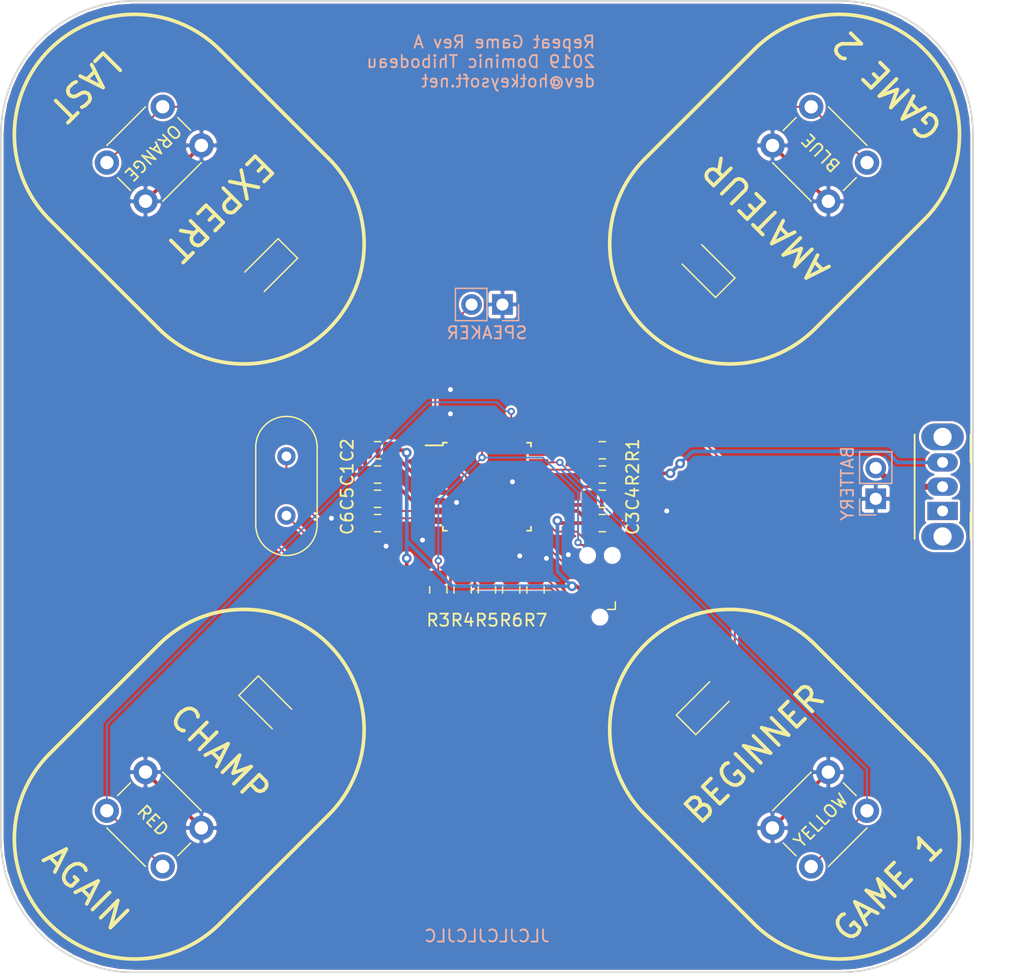
<source format=kicad_pcb>
(kicad_pcb (version 20171130) (host pcbnew "(5.1.4)-1")
  (title_block (title RepeatGame) (date 2019-10-23) (rev A))
  (layers (0 F.Cu signal) (31 B.Cu signal) (34 B.Paste user hide) (35 F.Paste user hide) (36 B.SilkS user hide) (37 F.SilkS user) (38 B.Mask user hide) (39 F.Mask user hide) (44 Edge.Cuts user))
  (net 0 "")
  (net 1 "Net-(D1-Pad2)")
  (net 2 "Net-(D2-Pad2)")
  (net 3 "Net-(D3-Pad2)")
  (net 4 "Net-(D4-Pad2)")
  (net 5 "Net-(U1-Pad12)")
  (net 6 "Net-(U1-Pad13)")
  (net 7 "Net-(U1-Pad14)")
  (net 8 "Net-(U1-Pad19)")
  (net 9 "Net-(U1-Pad27)")
  (net 10 "Net-(U1-Pad30)")
  (net 11 "Net-(U1-Pad31)")
  (net 12 "Net-(U1-Pad32)")
  (net 13 VCC)
  (net 14 GND)
  (net 15 /AREF)
  (net 16 /XTAL1)
  (net 17 /XTAL2)
  (net 18 /BUZZER)
  (net 19 /ADC7)
  (net 20 ~RESET)
  (net 21 SCK)
  (net 22 MISO)
  (net 23 MOSI)
  (net 24 +BATT)
  (net 25 /R0)
  (net 26 /R1)
  (net 27 /R2)
  (net 28 /R3)
  (net 29 /K1)
  (net 30 /K2)
  (net 31 /K4)
  (net 32 /K8)
  (net 33 "Net-(SW5-Pad1)")
  (net 34 "Net-(U1-Pad28)")
  (module Button_Switch_THT:SW_CuK_OS102011MA1QN1_SPDT_Angled (layer F.Cu) (at 172.5 72 90)
    (fp_text reference SW5 hide)
    (fp_text value POWER)
    (fp_line (start 4 2.3) (end 6.3 2.3) (layer F.SilkS) (width 0.15))
    (fp_line (start -2.3 2.3) (end -0.1 2.3) (layer F.SilkS) (width 0.15))
    (fp_line (start -2.3 -2.3) (end 6.3 -2.3) (layer F.SilkS) (width 0.15))
    (pad "" thru_hole oval (at 6.1 0 90) (size 2.2 3.5) (drill 1.5) (layers *.Cu *.Mask))
    (pad "" thru_hole oval (at -2.1 0 90) (size 2.2 3.5) (drill 1.5) (layers *.Cu *.Mask))
    (pad 3 thru_hole oval (at 4 0 90) (size 1.5 2.5) (drill 0.9) (layers *.Cu *.Mask) (net 13 VCC))
    (pad 2 thru_hole oval (at 2 0 90) (size 1.5 2.5) (drill 0.9) (layers *.Cu *.Mask) (net 24 +BATT))
    (pad 1 thru_hole rect (at 0 0 90) (size 1.5 2.5) (drill 0.9) (layers *.Cu *.Mask) (net 33 "Net-(SW5-Pad1)"))
  )
  (module Button_Switch_THT:SW_PUSH_6mm (layer F.Cu) (at 106.9 93.5 315)
    (fp_text reference SW4 hide)
    (fp_text value RED)
    (fp_line (start 6.75 3) (end 6.75 1.5) (layer F.SilkS) (width 0.12))
    (fp_line (start 5.5 -1) (end 1 -1) (layer F.SilkS) (width 0.12))
    (fp_line (start -0.25 1.5) (end -0.25 3) (layer F.SilkS) (width 0.12))
    (fp_line (start 1 5.5) (end 5.5 5.5) (layer F.SilkS) (width 0.12))
    (pad 1 thru_hole circle (at 6.5 0 45) (size 2 2) (drill 1.1) (layers *.Cu *.Mask) (net 14 GND))
    (pad 2 thru_hole circle (at 6.5 4.5 45) (size 2 2) (drill 1.1) (layers *.Cu *.Mask) (net 32 /K8))
    (pad 1 thru_hole circle (at 0 0 45) (size 2 2) (drill 1.1) (layers *.Cu *.Mask) (net 14 GND))
    (pad 2 thru_hole circle (at 0 4.5 45) (size 2 2) (drill 1.1) (layers *.Cu *.Mask) (net 32 /K8))
  )
  (module Button_Switch_THT:SW_PUSH_6mm (layer F.Cu) (at 111.5 41.9 225)
    (fp_text reference SW3 hide)
    (fp_text value ORANGE)
    (fp_line (start 6.75 3) (end 6.75 1.5) (layer F.SilkS) (width 0.12))
    (fp_line (start 5.5 -1) (end 1 -1) (layer F.SilkS) (width 0.12))
    (fp_line (start -0.25 1.5) (end -0.25 3) (layer F.SilkS) (width 0.12))
    (fp_line (start 1 5.5) (end 5.5 5.5) (layer F.SilkS) (width 0.12))
    (pad 1 thru_hole circle (at 6.5 0 315) (size 2 2) (drill 1.1) (layers *.Cu *.Mask) (net 14 GND))
    (pad 2 thru_hole circle (at 6.5 4.5 315) (size 2 2) (drill 1.1) (layers *.Cu *.Mask) (net 31 /K4))
    (pad 1 thru_hole circle (at 0 0 315) (size 2 2) (drill 1.1) (layers *.Cu *.Mask) (net 14 GND))
    (pad 2 thru_hole circle (at 0 4.5 315) (size 2 2) (drill 1.1) (layers *.Cu *.Mask) (net 31 /K4))
  )
  (module Button_Switch_THT:SW_PUSH_6mm (layer F.Cu) (at 163.1 46.5 135)
    (fp_text reference SW2 hide)
    (fp_text value BLUE)
    (fp_line (start 6.75 3) (end 6.75 1.5) (layer F.SilkS) (width 0.12))
    (fp_line (start 5.5 -1) (end 1 -1) (layer F.SilkS) (width 0.12))
    (fp_line (start -0.25 1.5) (end -0.25 3) (layer F.SilkS) (width 0.12))
    (fp_line (start 1 5.5) (end 5.5 5.5) (layer F.SilkS) (width 0.12))
    (pad 1 thru_hole circle (at 6.5 0 225) (size 2 2) (drill 1.1) (layers *.Cu *.Mask) (net 14 GND))
    (pad 2 thru_hole circle (at 6.5 4.5 225) (size 2 2) (drill 1.1) (layers *.Cu *.Mask) (net 30 /K2))
    (pad 1 thru_hole circle (at 0 0 225) (size 2 2) (drill 1.1) (layers *.Cu *.Mask) (net 14 GND))
    (pad 2 thru_hole circle (at 0 4.5 225) (size 2 2) (drill 1.1) (layers *.Cu *.Mask) (net 30 /K2))
  )
  (module Button_Switch_THT:SW_PUSH_6mm (layer F.Cu) (at 158.5 98.1 45)
    (fp_text reference SW1 hide)
    (fp_text value YELLOW)
    (fp_line (start 6.75 3) (end 6.75 1.5) (layer F.SilkS) (width 0.12))
    (fp_line (start 5.5 -1) (end 1 -1) (layer F.SilkS) (width 0.12))
    (fp_line (start -0.25 1.5) (end -0.25 3) (layer F.SilkS) (width 0.12))
    (fp_line (start 1 5.5) (end 5.5 5.5) (layer F.SilkS) (width 0.12))
    (pad 1 thru_hole circle (at 6.5 0 135) (size 2 2) (drill 1.1) (layers *.Cu *.Mask) (net 14 GND))
    (pad 2 thru_hole circle (at 6.5 4.5 135) (size 2 2) (drill 1.1) (layers *.Cu *.Mask) (net 29 /K1))
    (pad 1 thru_hole circle (at 0 0 135) (size 2 2) (drill 1.1) (layers *.Cu *.Mask) (net 14 GND))
    (pad 2 thru_hole circle (at 0 4.5 135) (size 2 2) (drill 1.1) (layers *.Cu *.Mask) (net 29 /K1))
  )
  (module Resistor_SMD:R_0805_2012Metric_Pad1.15x1.40mm_HandSolder (layer F.Cu) (at 139 78.5 270)
    (fp_text reference R7 (at 2.5 0 180) (layer F.SilkS))
    (fp_text value 330)
    (fp_line (start -0.261252 0.71) (end 0.261252 0.71) (layer F.SilkS) (width 0.12))
    (fp_line (start -0.261252 -0.71) (end 0.261252 -0.71) (layer F.SilkS) (width 0.12))
    (pad 2 smd roundrect (at 1.025 0 270) (size 1.15 1.4) (layers F.Cu F.Paste F.Mask) (roundrect_rratio 0.217391) (net 4 "Net-(D4-Pad2)"))
    (pad 1 smd roundrect (at -1.025 0 270) (size 1.15 1.4) (layers F.Cu F.Paste F.Mask) (roundrect_rratio 0.217391) (net 28 /R3))
  )
  (module Resistor_SMD:R_0805_2012Metric_Pad1.15x1.40mm_HandSolder (layer F.Cu) (at 137 78.5 270)
    (fp_text reference R6 (at 2.5 0 180) (layer F.SilkS))
    (fp_text value 330)
    (fp_line (start -0.261252 0.71) (end 0.261252 0.71) (layer F.SilkS) (width 0.12))
    (fp_line (start -0.261252 -0.71) (end 0.261252 -0.71) (layer F.SilkS) (width 0.12))
    (pad 2 smd roundrect (at 1.025 0 270) (size 1.15 1.4) (layers F.Cu F.Paste F.Mask) (roundrect_rratio 0.217391) (net 3 "Net-(D3-Pad2)"))
    (pad 1 smd roundrect (at -1.025 0 270) (size 1.15 1.4) (layers F.Cu F.Paste F.Mask) (roundrect_rratio 0.217391) (net 27 /R2))
  )
  (module Resistor_SMD:R_0805_2012Metric_Pad1.15x1.40mm_HandSolder (layer F.Cu) (at 135 78.5 270)
    (fp_text reference R5 (at 2.5 0 180) (layer F.SilkS))
    (fp_text value 330)
    (fp_line (start -0.261252 0.71) (end 0.261252 0.71) (layer F.SilkS) (width 0.12))
    (fp_line (start -0.261252 -0.71) (end 0.261252 -0.71) (layer F.SilkS) (width 0.12))
    (pad 2 smd roundrect (at 1.025 0 270) (size 1.15 1.4) (layers F.Cu F.Paste F.Mask) (roundrect_rratio 0.217391) (net 2 "Net-(D2-Pad2)"))
    (pad 1 smd roundrect (at -1.025 0 270) (size 1.15 1.4) (layers F.Cu F.Paste F.Mask) (roundrect_rratio 0.217391) (net 26 /R1))
  )
  (module Resistor_SMD:R_0805_2012Metric_Pad1.15x1.40mm_HandSolder (layer F.Cu) (at 133 78.5 270)
    (fp_text reference R4 (at 2.5 0 180) (layer F.SilkS))
    (fp_text value 330)
    (fp_line (start -0.261252 0.71) (end 0.261252 0.71) (layer F.SilkS) (width 0.12))
    (fp_line (start -0.261252 -0.71) (end 0.261252 -0.71) (layer F.SilkS) (width 0.12))
    (pad 2 smd roundrect (at 1.025 0 270) (size 1.15 1.4) (layers F.Cu F.Paste F.Mask) (roundrect_rratio 0.217391) (net 1 "Net-(D1-Pad2)"))
    (pad 1 smd roundrect (at -1.025 0 270) (size 1.15 1.4) (layers F.Cu F.Paste F.Mask) (roundrect_rratio 0.217391) (net 25 /R0))
  )
  (module Connector:Tag-Connect_TC2030-IDC-NL_2x03_P1.27mm_Vertical (layer F.Cu) (at 144.3 78.2 90)
    (fp_text reference J2 hide)
    (fp_text value AVR-ISP-6)
    (fp_line (start -1.27 1.27) (end -1.905 1.27) (layer F.SilkS) (width 0.12))
    (fp_line (start -1.905 1.27) (end -1.905 0.635) (layer F.SilkS) (width 0.12))
    (pad 6 connect circle (at 1.27 -0.635 90) (size 0.7874 0.7874) (layers F.Cu F.Mask) (net 14 GND))
    (pad 5 connect circle (at 1.27 0.635 90) (size 0.7874 0.7874) (layers F.Cu F.Mask) (net 20 ~RESET))
    (pad 4 connect circle (at 0 -0.635 90) (size 0.7874 0.7874) (layers F.Cu F.Mask) (net 23 MOSI))
    (pad 3 connect circle (at 0 0.635 90) (size 0.7874 0.7874) (layers F.Cu F.Mask) (net 21 SCK))
    (pad 2 connect circle (at -1.27 -0.635 90) (size 0.7874 0.7874) (layers F.Cu F.Mask) (net 13 VCC))
    (pad 1 connect circle (at -1.27 0.635 90) (size 0.7874 0.7874) (layers F.Cu F.Mask) (net 22 MISO))
    (pad "" np_thru_hole circle (at -2.54 0 90) (size 0.9906 0.9906) (drill 0.9906) (layers *.Cu *.Mask))
    (pad "" np_thru_hole circle (at 2.54 1.016 90) (size 0.9906 0.9906) (drill 0.9906) (layers *.Cu *.Mask))
    (pad "" np_thru_hole circle (at 2.54 -1.016 90) (size 0.9906 0.9906) (drill 0.9906) (layers *.Cu *.Mask))
  )
  (module Connector_PinHeader_2.54mm:PinHeader_1x02_P2.54mm_Vertical (layer B.Cu) (at 167 71)
    (fp_text reference J1 hide)
    (fp_text value BATTERY (at -2.33 -1.27 -90) (layer B.SilkS) (effects (justify mirror)))
    (fp_line (start -1.33 1.33) (end 0 1.33) (layer B.SilkS) (width 0.12))
    (fp_line (start -1.33 0) (end -1.33 1.33) (layer B.SilkS) (width 0.12))
    (fp_line (start -1.33 -1.27) (end 1.33 -1.27) (layer B.SilkS) (width 0.12))
    (fp_line (start 1.33 -1.27) (end 1.33 -3.87) (layer B.SilkS) (width 0.12))
    (fp_line (start -1.33 -1.27) (end -1.33 -3.87) (layer B.SilkS) (width 0.12))
    (fp_line (start -1.33 -3.87) (end 1.33 -3.87) (layer B.SilkS) (width 0.12))
    (pad 2 thru_hole oval (at 0 -2.54) (size 1.7 1.7) (drill 1) (layers *.Cu *.Mask) (net 24 +BATT))
    (pad 1 thru_hole rect (at 0 0) (size 1.7 1.7) (drill 1) (layers *.Cu *.Mask) (net 14 GND))
  )
  (module LED_SMD:LED_1206_3216Metric (layer F.Cu) (at 117 88 315)
    (fp_text reference D4 hide)
    (fp_text value RED (at 0 13.435029 135) (layer F.SilkS))
    (fp_line (start -2.285 1.135) (end 1.6 1.135) (layer F.SilkS) (width 0.12))
    (fp_line (start -2.285 -1.135) (end -2.285 1.135) (layer F.SilkS) (width 0.12))
    (fp_line (start 1.6 -1.135) (end -2.285 -1.135) (layer F.SilkS) (width 0.12))
    (pad 2 smd roundrect (at 1.4 0 315) (size 1.25 1.75) (layers F.Cu F.Paste F.Mask) (roundrect_rratio 0.2) (net 4 "Net-(D4-Pad2)"))
    (pad 1 smd roundrect (at -1.4 0 315) (size 1.25 1.75) (layers F.Cu F.Paste F.Mask) (roundrect_rratio 0.2) (net 14 GND))
  )
  (module LED_SMD:LED_1206_3216Metric (layer F.Cu) (at 117 52 225)
    (fp_text reference D3 hide)
    (fp_text value ORANGE (at 0 13.435029 225 unlocked) (layer F.SilkS))
    (fp_line (start -2.285 1.135) (end 1.6 1.135) (layer F.SilkS) (width 0.12))
    (fp_line (start -2.285 -1.135) (end -2.285 1.135) (layer F.SilkS) (width 0.12))
    (fp_line (start 1.6 -1.135) (end -2.285 -1.135) (layer F.SilkS) (width 0.12))
    (pad 2 smd roundrect (at 1.4 0 225) (size 1.25 1.75) (layers F.Cu F.Paste F.Mask) (roundrect_rratio 0.2) (net 3 "Net-(D3-Pad2)"))
    (pad 1 smd roundrect (at -1.4 0 225) (size 1.25 1.75) (layers F.Cu F.Paste F.Mask) (roundrect_rratio 0.2) (net 14 GND))
  )
  (module LED_SMD:LED_1206_3216Metric (layer F.Cu) (at 153 52 135)
    (fp_text reference D2 hide)
    (fp_text value BLUE (at 0 13.435029 135 unlocked) (layer F.SilkS))
    (fp_line (start -2.285 1.135) (end 1.6 1.135) (layer F.SilkS) (width 0.12))
    (fp_line (start -2.285 -1.135) (end -2.285 1.135) (layer F.SilkS) (width 0.12))
    (fp_line (start 1.6 -1.135) (end -2.285 -1.135) (layer F.SilkS) (width 0.12))
    (pad 2 smd roundrect (at 1.4 0 135) (size 1.25 1.75) (layers F.Cu F.Paste F.Mask) (roundrect_rratio 0.2) (net 2 "Net-(D2-Pad2)"))
    (pad 1 smd roundrect (at -1.4 0 135) (size 1.25 1.75) (layers F.Cu F.Paste F.Mask) (roundrect_rratio 0.2) (net 14 GND))
  )
  (module LED_SMD:LED_1206_3216Metric (layer F.Cu) (at 153 88 45)
    (fp_text reference D1 hide)
    (fp_text value YELLOW (at 0 13.435029 45) (layer F.SilkS))
    (fp_line (start -2.285 1.135) (end 1.6 1.135) (layer F.SilkS) (width 0.12))
    (fp_line (start -2.285 -1.135) (end -2.285 1.135) (layer F.SilkS) (width 0.12))
    (fp_line (start 1.6 -1.135) (end -2.285 -1.135) (layer F.SilkS) (width 0.12))
    (pad 2 smd roundrect (at 1.4 0 45) (size 1.25 1.75) (layers F.Cu F.Paste F.Mask) (roundrect_rratio 0.2) (net 1 "Net-(D1-Pad2)"))
    (pad 1 smd roundrect (at -1.4 0 45) (size 1.25 1.75) (layers F.Cu F.Paste F.Mask) (roundrect_rratio 0.2) (net 14 GND))
  )
  (module Crystal:Crystal_HC49-4H_Vertical (layer F.Cu) (at 118.5 67.5 270)
    (fp_text reference Y1 hide)
    (fp_text value 12MHz)
    (fp_arc (start 5.64 0) (end 5.64 -2.525) (angle 180) (layer F.SilkS) (width 0.12))
    (fp_arc (start -0.76 0) (end -0.76 -2.525) (angle -180) (layer F.SilkS) (width 0.12))
    (fp_line (start -0.76 2.525) (end 5.64 2.525) (layer F.SilkS) (width 0.12))
    (fp_line (start -0.76 -2.525) (end 5.64 -2.525) (layer F.SilkS) (width 0.12))
    (pad 2 thru_hole circle (at 4.88 0 270) (size 1.5 1.5) (drill 0.8) (layers *.Cu *.Mask) (net 17 /XTAL2))
    (pad 1 thru_hole circle (at 0 0 270) (size 1.5 1.5) (drill 0.8) (layers *.Cu *.Mask) (net 16 /XTAL1))
  )
  (module Package_QFP:TQFP-32_7x7mm_P0.8mm (layer F.Cu) (at 135 70)
    (fp_text reference U1 hide)
    (fp_text value ATmega328P-AU)
    (fp_line (start -3.625 -3.4) (end -5.05 -3.4) (layer F.SilkS) (width 0.15))
    (fp_line (start 3.625 -3.625) (end 3.3 -3.625) (layer F.SilkS) (width 0.15))
    (fp_line (start 3.625 3.625) (end 3.3 3.625) (layer F.SilkS) (width 0.15))
    (fp_line (start -3.625 3.625) (end -3.3 3.625) (layer F.SilkS) (width 0.15))
    (fp_line (start -3.625 -3.625) (end -3.3 -3.625) (layer F.SilkS) (width 0.15))
    (fp_line (start -3.625 3.625) (end -3.625 3.3) (layer F.SilkS) (width 0.15))
    (fp_line (start 3.625 3.625) (end 3.625 3.3) (layer F.SilkS) (width 0.15))
    (fp_line (start 3.625 -3.625) (end 3.625 -3.3) (layer F.SilkS) (width 0.15))
    (fp_line (start -3.625 -3.625) (end -3.625 -3.4) (layer F.SilkS) (width 0.15))
    (pad 32 smd rect (at -2.8 -4.25 90) (size 1.6 0.55) (layers F.Cu F.Paste F.Mask) (net 12 "Net-(U1-Pad32)"))
    (pad 31 smd rect (at -2 -4.25 90) (size 1.6 0.55) (layers F.Cu F.Paste F.Mask) (net 11 "Net-(U1-Pad31)"))
    (pad 30 smd rect (at -1.2 -4.25 90) (size 1.6 0.55) (layers F.Cu F.Paste F.Mask) (net 10 "Net-(U1-Pad30)"))
    (pad 29 smd rect (at -0.4 -4.25 90) (size 1.6 0.55) (layers F.Cu F.Paste F.Mask) (net 20 ~RESET))
    (pad 28 smd rect (at 0.4 -4.25 90) (size 1.6 0.55) (layers F.Cu F.Paste F.Mask) (net 34 "Net-(U1-Pad28)"))
    (pad 27 smd rect (at 1.2 -4.25 90) (size 1.6 0.55) (layers F.Cu F.Paste F.Mask) (net 9 "Net-(U1-Pad27)"))
    (pad 26 smd rect (at 2 -4.25 90) (size 1.6 0.55) (layers F.Cu F.Paste F.Mask) (net 32 /K8))
    (pad 25 smd rect (at 2.8 -4.25 90) (size 1.6 0.55) (layers F.Cu F.Paste F.Mask) (net 31 /K4))
    (pad 24 smd rect (at 4.25 -2.8) (size 1.6 0.55) (layers F.Cu F.Paste F.Mask) (net 30 /K2))
    (pad 23 smd rect (at 4.25 -2) (size 1.6 0.55) (layers F.Cu F.Paste F.Mask) (net 29 /K1))
    (pad 22 smd rect (at 4.25 -1.2) (size 1.6 0.55) (layers F.Cu F.Paste F.Mask) (net 19 /ADC7))
    (pad 21 smd rect (at 4.25 -0.4) (size 1.6 0.55) (layers F.Cu F.Paste F.Mask) (net 14 GND))
    (pad 20 smd rect (at 4.25 0.4) (size 1.6 0.55) (layers F.Cu F.Paste F.Mask) (net 15 /AREF))
    (pad 19 smd rect (at 4.25 1.2) (size 1.6 0.55) (layers F.Cu F.Paste F.Mask) (net 8 "Net-(U1-Pad19)"))
    (pad 18 smd rect (at 4.25 2) (size 1.6 0.55) (layers F.Cu F.Paste F.Mask) (net 13 VCC))
    (pad 17 smd rect (at 4.25 2.8) (size 1.6 0.55) (layers F.Cu F.Paste F.Mask) (net 21 SCK))
    (pad 16 smd rect (at 2.8 4.25 90) (size 1.6 0.55) (layers F.Cu F.Paste F.Mask) (net 22 MISO))
    (pad 15 smd rect (at 2 4.25 90) (size 1.6 0.55) (layers F.Cu F.Paste F.Mask) (net 23 MOSI))
    (pad 14 smd rect (at 1.2 4.25 90) (size 1.6 0.55) (layers F.Cu F.Paste F.Mask) (net 7 "Net-(U1-Pad14)"))
    (pad 13 smd rect (at 0.4 4.25 90) (size 1.6 0.55) (layers F.Cu F.Paste F.Mask) (net 6 "Net-(U1-Pad13)"))
    (pad 12 smd rect (at -0.4 4.25 90) (size 1.6 0.55) (layers F.Cu F.Paste F.Mask) (net 5 "Net-(U1-Pad12)"))
    (pad 11 smd rect (at -1.2 4.25 90) (size 1.6 0.55) (layers F.Cu F.Paste F.Mask) (net 28 /R3))
    (pad 10 smd rect (at -2 4.25 90) (size 1.6 0.55) (layers F.Cu F.Paste F.Mask) (net 27 /R2))
    (pad 9 smd rect (at -2.8 4.25 90) (size 1.6 0.55) (layers F.Cu F.Paste F.Mask) (net 26 /R1))
    (pad 8 smd rect (at -4.25 2.8) (size 1.6 0.55) (layers F.Cu F.Paste F.Mask) (net 17 /XTAL2))
    (pad 7 smd rect (at -4.25 2) (size 1.6 0.55) (layers F.Cu F.Paste F.Mask) (net 16 /XTAL1))
    (pad 6 smd rect (at -4.25 1.2) (size 1.6 0.55) (layers F.Cu F.Paste F.Mask) (net 13 VCC))
    (pad 5 smd rect (at -4.25 0.4) (size 1.6 0.55) (layers F.Cu F.Paste F.Mask) (net 14 GND))
    (pad 4 smd rect (at -4.25 -0.4) (size 1.6 0.55) (layers F.Cu F.Paste F.Mask) (net 13 VCC))
    (pad 3 smd rect (at -4.25 -1.2) (size 1.6 0.55) (layers F.Cu F.Paste F.Mask) (net 14 GND))
    (pad 2 smd rect (at -4.25 -2) (size 1.6 0.55) (layers F.Cu F.Paste F.Mask) (net 25 /R0))
    (pad 1 smd rect (at -4.25 -2.8) (size 1.6 0.55) (layers F.Cu F.Paste F.Mask) (net 18 /BUZZER))
  )
  (module Resistor_SMD:R_0805_2012Metric_Pad1.15x1.40mm_HandSolder (layer F.Cu) (at 131 78.5 270)
    (fp_text reference R3 (at 2.5 0 180) (layer F.SilkS))
    (fp_text value 10K)
    (fp_line (start -0.261252 0.71) (end 0.261252 0.71) (layer F.SilkS) (width 0.12))
    (fp_line (start -0.261252 -0.71) (end 0.261252 -0.71) (layer F.SilkS) (width 0.12))
    (pad 2 smd roundrect (at 1.025 0 270) (size 1.15 1.4) (layers F.Cu F.Paste F.Mask) (roundrect_rratio 0.217391) (net 13 VCC))
    (pad 1 smd roundrect (at -1.025 0 270) (size 1.15 1.4) (layers F.Cu F.Paste F.Mask) (roundrect_rratio 0.217391) (net 20 ~RESET))
  )
  (module Resistor_SMD:R_0805_2012Metric_Pad1.15x1.40mm_HandSolder (layer F.Cu) (at 144.5 67 180)
    (fp_text reference R2 (at -2.5 -2 90) (layer F.SilkS))
    (fp_text value 100K)
    (fp_line (start -0.261252 0.71) (end 0.261252 0.71) (layer F.SilkS) (width 0.12))
    (fp_line (start -0.261252 -0.71) (end 0.261252 -0.71) (layer F.SilkS) (width 0.12))
    (pad 2 smd roundrect (at 1.025 0 180) (size 1.15 1.4) (layers F.Cu F.Paste F.Mask) (roundrect_rratio 0.217391) (net 19 /ADC7))
    (pad 1 smd roundrect (at -1.025 0 180) (size 1.15 1.4) (layers F.Cu F.Paste F.Mask) (roundrect_rratio 0.217391) (net 14 GND))
  )
  (module Resistor_SMD:R_0805_2012Metric_Pad1.15x1.40mm_HandSolder (layer F.Cu) (at 144.5 69)
    (fp_text reference R1 (at 2.5 -2 90) (layer F.SilkS))
    (fp_text value 330K)
    (fp_line (start -0.261252 0.71) (end 0.261252 0.71) (layer F.SilkS) (width 0.12))
    (fp_line (start -0.261252 -0.71) (end 0.261252 -0.71) (layer F.SilkS) (width 0.12))
    (pad 2 smd roundrect (at 1.025 0) (size 1.15 1.4) (layers F.Cu F.Paste F.Mask) (roundrect_rratio 0.217391) (net 13 VCC))
    (pad 1 smd roundrect (at -1.025 0) (size 1.15 1.4) (layers F.Cu F.Paste F.Mask) (roundrect_rratio 0.217391) (net 19 /ADC7))
  )
  (module Connector_PinHeader_2.54mm:PinHeader_1x02_P2.54mm_Vertical (layer B.Cu) (at 136.275 55 90)
    (fp_text reference LS1 hide)
    (fp_text value SPEAKER (at -2.33 -1.27 180) (layer B.SilkS) (effects (justify mirror)))
    (fp_line (start -1.33 1.33) (end 0 1.33) (layer B.SilkS) (width 0.12))
    (fp_line (start -1.33 0) (end -1.33 1.33) (layer B.SilkS) (width 0.12))
    (fp_line (start -1.33 -1.27) (end 1.33 -1.27) (layer B.SilkS) (width 0.12))
    (fp_line (start 1.33 -1.27) (end 1.33 -3.87) (layer B.SilkS) (width 0.12))
    (fp_line (start -1.33 -1.27) (end -1.33 -3.87) (layer B.SilkS) (width 0.12))
    (fp_line (start -1.33 -3.87) (end 1.33 -3.87) (layer B.SilkS) (width 0.12))
    (pad 2 thru_hole oval (at 0 -2.54 90) (size 1.7 1.7) (drill 1) (layers *.Cu *.Mask) (net 18 /BUZZER))
    (pad 1 thru_hole rect (at 0 0 90) (size 1.7 1.7) (drill 1) (layers *.Cu *.Mask) (net 14 GND))
  )
  (module Capacitor_SMD:C_0805_2012Metric_Pad1.15x1.40mm_HandSolder (layer F.Cu) (at 126 73)
    (fp_text reference C6 (at -2.5 0 90) (layer F.SilkS))
    (fp_text value 18pF)
    (fp_line (start -0.261252 0.71) (end 0.261252 0.71) (layer F.SilkS) (width 0.12))
    (fp_line (start -0.261252 -0.71) (end 0.261252 -0.71) (layer F.SilkS) (width 0.12))
    (pad 2 smd roundrect (at 1.025 0) (size 1.15 1.4) (layers F.Cu F.Paste F.Mask) (roundrect_rratio 0.217391) (net 17 /XTAL2))
    (pad 1 smd roundrect (at -1.025 0) (size 1.15 1.4) (layers F.Cu F.Paste F.Mask) (roundrect_rratio 0.217391) (net 14 GND))
  )
  (module Capacitor_SMD:C_0805_2012Metric_Pad1.15x1.40mm_HandSolder (layer F.Cu) (at 126 71)
    (fp_text reference C5 (at -2.5 0 90) (layer F.SilkS))
    (fp_text value 18pF)
    (fp_line (start -0.261252 0.71) (end 0.261252 0.71) (layer F.SilkS) (width 0.12))
    (fp_line (start -0.261252 -0.71) (end 0.261252 -0.71) (layer F.SilkS) (width 0.12))
    (pad 2 smd roundrect (at 1.025 0) (size 1.15 1.4) (layers F.Cu F.Paste F.Mask) (roundrect_rratio 0.217391) (net 16 /XTAL1))
    (pad 1 smd roundrect (at -1.025 0) (size 1.15 1.4) (layers F.Cu F.Paste F.Mask) (roundrect_rratio 0.217391) (net 14 GND))
  )
  (module Capacitor_SMD:C_0805_2012Metric_Pad1.15x1.40mm_HandSolder (layer F.Cu) (at 144.5 71)
    (fp_text reference C4 (at 2.5 0 270) (layer F.SilkS))
    (fp_text value 100nF)
    (fp_line (start -0.261252 0.71) (end 0.261252 0.71) (layer F.SilkS) (width 0.12))
    (fp_line (start -0.261252 -0.71) (end 0.261252 -0.71) (layer F.SilkS) (width 0.12))
    (pad 2 smd roundrect (at 1.025 0) (size 1.15 1.4) (layers F.Cu F.Paste F.Mask) (roundrect_rratio 0.217391) (net 14 GND))
    (pad 1 smd roundrect (at -1.025 0) (size 1.15 1.4) (layers F.Cu F.Paste F.Mask) (roundrect_rratio 0.217391) (net 15 /AREF))
  )
  (module Capacitor_SMD:C_0805_2012Metric_Pad1.15x1.40mm_HandSolder (layer F.Cu) (at 144.5 73 180)
    (fp_text reference C3 (at -2.5 0 270) (layer F.SilkS))
    (fp_text value 100nF)
    (fp_line (start -0.261252 0.71) (end 0.261252 0.71) (layer F.SilkS) (width 0.12))
    (fp_line (start -0.261252 -0.71) (end 0.261252 -0.71) (layer F.SilkS) (width 0.12))
    (pad 2 smd roundrect (at 1.025 0 180) (size 1.15 1.4) (layers F.Cu F.Paste F.Mask) (roundrect_rratio 0.217391) (net 13 VCC))
    (pad 1 smd roundrect (at -1.025 0 180) (size 1.15 1.4) (layers F.Cu F.Paste F.Mask) (roundrect_rratio 0.217391) (net 14 GND))
  )
  (module Capacitor_SMD:C_0805_2012Metric_Pad1.15x1.40mm_HandSolder (layer F.Cu) (at 126 67)
    (fp_text reference C2 (at -2.5 0 270) (layer F.SilkS))
    (fp_text value 100nF)
    (fp_line (start -0.261252 0.71) (end 0.261252 0.71) (layer F.SilkS) (width 0.12))
    (fp_line (start -0.261252 -0.71) (end 0.261252 -0.71) (layer F.SilkS) (width 0.12))
    (pad 2 smd roundrect (at 1.025 0) (size 1.15 1.4) (layers F.Cu F.Paste F.Mask) (roundrect_rratio 0.217391) (net 13 VCC))
    (pad 1 smd roundrect (at -1.025 0) (size 1.15 1.4) (layers F.Cu F.Paste F.Mask) (roundrect_rratio 0.217391) (net 14 GND))
  )
  (module Capacitor_SMD:C_0805_2012Metric_Pad1.15x1.40mm_HandSolder (layer F.Cu) (at 126 69)
    (fp_text reference C1 (at -2.5 0 270) (layer F.SilkS))
    (fp_text value 100nF)
    (fp_line (start -0.261252 0.71) (end 0.261252 0.71) (layer F.SilkS) (width 0.12))
    (fp_line (start -0.261252 -0.71) (end 0.261252 -0.71) (layer F.SilkS) (width 0.12))
    (pad 2 smd roundrect (at 1.025 0) (size 1.15 1.4) (layers F.Cu F.Paste F.Mask) (roundrect_rratio 0.217391) (net 13 VCC))
    (pad 1 smd roundrect (at -1.025 0) (size 1.15 1.4) (layers F.Cu F.Paste F.Mask) (roundrect_rratio 0.217391) (net 14 GND))
  )
  (gr_text JLCJLCJLCJLC (at 135 107) (layer B.SilkS) (effects (font (size 1 1)) (justify mirror)))
  (gr_text "Repeat Game Rev A\n2019 Dominic Thibodeau\ndev@hotkeysoft.net" (at 144 35) (layer B.SilkS) (effects (font (size 1 1)) (justify left mirror)))
  (gr_arc (start 106 41) (end 106 30) (angle -90) (layer Edge.Cuts) (width 0.15))
  (gr_arc (start 164 41) (end 175 41) (angle -90) (layer Edge.Cuts) (width 0.15))
  (gr_arc (start 164 99) (end 164 110) (angle -90) (layer Edge.Cuts) (width 0.15))
  (gr_arc (start 106 99) (end 95 99) (angle -90) (layer Edge.Cuts) (width 0.15))
  (gr_line (start 170.999999 47.999999) (end 162 57) (layer F.SilkS) (width 0.3))
  (gr_arc (start 155.000001 50.000001) (end 148.000002 43.000002) (angle -180) (layer F.SilkS) (width 0.3))
  (gr_arc (start 164 41) (end 170.999999 47.999999) (angle -180) (layer F.SilkS) (width 0.3))
  (gr_line (start 157.000001 34.000001) (end 148 43) (layer F.SilkS) (width 0.3))
  (gr_arc (start 105.999999 41.000001) (end 112.999998 34.000002) (angle -180) (layer F.SilkS) (width 0.3))
  (gr_line (start 108.000001 56.999999) (end 99 48) (layer F.SilkS) (width 0.3))
  (gr_arc (start 115 50) (end 108.000001 56.999999) (angle -180) (layer F.SilkS) (width 0.3))
  (gr_line (start 121.999999 43.000001) (end 113 34) (layer F.SilkS) (width 0.3))
  (gr_line (start 99.000001 92.000001) (end 108 83) (layer F.SilkS) (width 0.3))
  (gr_line (start 112.999999 105.999999) (end 122 97) (layer F.SilkS) (width 0.3))
  (gr_arc (start 114.999999 89.999999) (end 121.999998 96.999998) (angle -180) (layer F.SilkS) (width 0.3))
  (gr_arc (start 106 99) (end 99.000001 92.000001) (angle -180) (layer F.SilkS) (width 0.3))
  (gr_line (start 148.000001 96.999999) (end 157 106) (layer F.SilkS) (width 0.3))
  (gr_line (start 161.999999 83.000001) (end 171 92) (layer F.SilkS) (width 0.3))
  (gr_arc (start 164.000001 98.999999) (end 157.000002 105.999998) (angle -180) (layer F.SilkS) (width 0.3))
  (gr_arc (start 155 90) (end 161.999999 83.000001) (angle -180) (layer F.SilkS) (width 0.3))
  (gr_text "GAME 2" (at 168 37 135) (layer F.SilkS) (effects (font (size 2 2) (thickness 0.3))))
  (gr_text LAST (at 102 37 -135) (layer F.SilkS) (effects (font (size 2 2) (thickness 0.3))))
  (gr_text AGAIN (at 102 103 -45) (layer F.SilkS) (effects (font (size 2 2) (thickness 0.3))))
  (gr_text "GAME 1" (at 168 103 45) (layer F.SilkS) (effects (font (size 2 2) (thickness 0.3))))
  (gr_text CHAMP (at 113 92 -45) (layer F.SilkS) (effects (font (size 2 2) (thickness 0.3))))
  (gr_text EXPERT (at 113 47 -135) (layer F.SilkS) (effects (font (size 2 2) (thickness 0.3))))
  (gr_text AMATEUR (at 158 48 135) (layer F.SilkS) (effects (font (size 2 2) (thickness 0.3))))
  (gr_text BEGINNER (at 157 92 45) (layer F.SilkS) (effects (font (size 2 2) (thickness 0.3))))
  (gr_line (start 164 30) (end 106 30) (layer Edge.Cuts) (width 0.15))
  (gr_line (start 175 99) (end 175 41) (layer Edge.Cuts) (width 0.15))
  (gr_line (start 106 110) (end 164 110) (layer Edge.Cuts) (width 0.15))
  (gr_line (start 95 41) (end 95 99) (layer Edge.Cuts) (width 0.15))
  (segment (start 148.19999 86.299989) (end 140.3 78.399999) (width 0.15) (layer F.Cu) (net 1))
  (segment (start 153.989949 87.010051) (end 153.279887 86.299989) (width 0.15) (layer F.Cu) (net 1))
  (segment (start 140.3 78.399999) (end 134.125 78.4) (width 0.15) (layer F.Cu) (net 1))
  (segment (start 153.279887 86.299989) (end 148.19999 86.299989) (width 0.15) (layer F.Cu) (net 1))
  (segment (start 134.125 78.4) (end 133 79.525) (width 0.15) (layer F.Cu) (net 1))
  (segment (start 135.82499 78.70001) (end 135 79.525) (width 0.15) (layer F.Cu) (net 2))
  (segment (start 140.175732 78.70001) (end 135.82499 78.70001) (width 0.15) (layer F.Cu) (net 2))
  (segment (start 155.4 68.9) (end 155.4 87.3) (width 0.15) (layer F.Cu) (net 2))
  (segment (start 148.075722 86.6) (end 140.175732 78.70001) (width 0.15) (layer F.Cu) (net 2))
  (segment (start 152.2 86.6) (end 148.075722 86.6) (width 0.15) (layer F.Cu) (net 2))
  (segment (start 153.9 88.3) (end 152.2 86.6) (width 0.15) (layer F.Cu) (net 2))
  (segment (start 151.320622 51.69948) (end 151.320622 64.820622) (width 0.15) (layer F.Cu) (net 2))
  (segment (start 152.010051 51.010051) (end 151.320622 51.69948) (width 0.15) (layer F.Cu) (net 2))
  (segment (start 151.320622 64.820622) (end 155.4 68.9) (width 0.15) (layer F.Cu) (net 2))
  (segment (start 155.4 87.3) (end 154.4 88.3) (width 0.15) (layer F.Cu) (net 2))
  (segment (start 154.4 88.3) (end 153.9 88.3) (width 0.15) (layer F.Cu) (net 2))
  (segment (start 137 81.7) (end 137 79.525) (width 0.15) (layer F.Cu) (net 3))
  (segment (start 136.3 82.4) (end 137 81.7) (width 0.15) (layer F.Cu) (net 3))
  (segment (start 125.3 82.4) (end 136.3 82.4) (width 0.15) (layer F.Cu) (net 3))
  (segment (start 116.010051 52.989949) (end 116.010051 73.110051) (width 0.15) (layer F.Cu) (net 3))
  (segment (start 116.010051 73.110051) (end 125.3 82.4) (width 0.15) (layer F.Cu) (net 3))
  (segment (start 131.610051 88.989949) (end 117.989949 88.989949) (width 0.15) (layer F.Cu) (net 4))
  (segment (start 139 79.525) (end 139 81.6) (width 0.15) (layer F.Cu) (net 4))
  (segment (start 139 81.6) (end 131.610051 88.989949) (width 0.15) (layer F.Cu) (net 4))
  (segment (start 142.475 72) (end 143.475 73) (width 0.3) (layer F.Cu) (net 13))
  (segment (start 139.25 72) (end 142.475 72) (width 0.3) (layer F.Cu) (net 13))
  (segment (start 129.625 69.6) (end 130.75 69.6) (width 0.3) (layer F.Cu) (net 13))
  (segment (start 127.025 67) (end 129.625 69.6) (width 0.3) (layer F.Cu) (net 13))
  (segment (start 127.025 67) (end 127.025 69) (width 0.3) (layer F.Cu) (net 13))
  (via (at 128.4 75.9) (size 0.8) (drill 0.4) (layers F.Cu B.Cu) (net 13))
  (segment (start 128.4 74.662004) (end 128.500001 74.562003) (width 0.3) (layer B.Cu) (net 13))
  (segment (start 128.4 75.9) (end 128.4 74.662004) (width 0.3) (layer B.Cu) (net 13))
  (via (at 128.4 67.2) (size 0.8) (drill 0.4) (layers F.Cu B.Cu) (net 13))
  (segment (start 128.500001 74.562003) (end 128.4 74.462002) (width 0.3) (layer B.Cu) (net 13))
  (segment (start 127.025 67) (end 128.2 67) (width 0.3) (layer F.Cu) (net 13))
  (segment (start 128.4 74.462002) (end 128.4 67.2) (width 0.3) (layer B.Cu) (net 13))
  (segment (start 128.2 67) (end 128.4 67.2) (width 0.3) (layer F.Cu) (net 13))
  (via (at 150.1 68.9) (size 0.8) (drill 0.4) (layers F.Cu B.Cu) (net 13))
  (segment (start 145.625 68.9) (end 145.525 69) (width 0.3) (layer F.Cu) (net 13))
  (segment (start 150.1 68.9) (end 145.625 68.9) (width 0.3) (layer F.Cu) (net 13))
  (segment (start 150.1 68.9) (end 150.9 68.1) (width 0.3) (layer F.Cu) (net 13))
  (via (at 150.9 68.1) (size 0.8) (drill 0.4) (layers F.Cu B.Cu) (net 13))
  (segment (start 151.9 67.1) (end 150.1 68.9) (width 0.3) (layer B.Cu) (net 13))
  (segment (start 167.9 67.1) (end 151.9 67.1) (width 0.3) (layer B.Cu) (net 13))
  (segment (start 172.5 68) (end 168.8 68) (width 0.3) (layer B.Cu) (net 13))
  (segment (start 168.8 68) (end 167.9 67.1) (width 0.3) (layer B.Cu) (net 13))
  (segment (start 141 73) (end 140.8 72.8) (width 0.3) (layer F.Cu) (net 13))
  (segment (start 143.475 73) (end 141 73) (width 0.3) (layer F.Cu) (net 13))
  (via (at 140.8 72.8) (size 0.8) (drill 0.4) (layers F.Cu B.Cu) (net 13))
  (segment (start 128.9 71.2) (end 130.75 71.2) (width 0.3) (layer F.Cu) (net 13))
  (segment (start 127.025 69) (end 127.025 69.325) (width 0.3) (layer F.Cu) (net 13))
  (segment (start 127.025 69.325) (end 128.9 71.2) (width 0.3) (layer F.Cu) (net 13))
  (segment (start 144.45 72.025) (end 143.475 73) (width 0.3) (layer F.Cu) (net 13))
  (segment (start 144.45 70.35) (end 144.45 72.025) (width 0.3) (layer F.Cu) (net 13))
  (segment (start 145.525 69) (end 145.525 69.275) (width 0.3) (layer F.Cu) (net 13))
  (segment (start 145.525 69.275) (end 144.45 70.35) (width 0.3) (layer F.Cu) (net 13))
  (segment (start 128.4 77.35) (end 128.4 75.9) (width 0.3) (layer F.Cu) (net 13))
  (segment (start 131 79.525) (end 130.575 79.525) (width 0.3) (layer F.Cu) (net 13))
  (segment (start 130.575 79.525) (end 128.4 77.35) (width 0.3) (layer F.Cu) (net 13))
  (via (at 142 78.2) (size 0.8) (drill 0.4) (layers F.Cu B.Cu) (net 13))
  (segment (start 140.8 72.8) (end 140.8 77) (width 0.3) (layer B.Cu) (net 13))
  (segment (start 140.8 77) (end 142 78.2) (width 0.3) (layer B.Cu) (net 13))
  (segment (start 143.665 79.47) (end 142.395 78.2) (width 0.3) (layer F.Cu) (net 13))
  (segment (start 142.395 78.2) (end 142 78.2) (width 0.3) (layer F.Cu) (net 13))
  (segment (start 132.137998 78.2) (end 142 78.2) (width 0.3) (layer B.Cu) (net 13))
  (segment (start 128.500001 74.562003) (end 132.137998 78.2) (width 0.3) (layer B.Cu) (net 13))
  (segment (start 158.503806 41.903806) (end 163.1 46.5) (width 0.3) (layer F.Cu) (net 14))
  (segment (start 111.5 41.9) (end 106.903806 46.496194) (width 0.3) (layer F.Cu) (net 14))
  (segment (start 111.496194 98.096194) (end 106.9 93.5) (width 0.3) (layer F.Cu) (net 14))
  (segment (start 163.096194 93.503806) (end 158.5 98.1) (width 0.3) (layer F.Cu) (net 14))
  (segment (start 131.85 70.4) (end 130.75 70.4) (width 0.3) (layer F.Cu) (net 14))
  (segment (start 131.900001 70.349999) (end 131.85 70.4) (width 0.3) (layer F.Cu) (net 14))
  (segment (start 131.900001 68.850001) (end 131.900001 70.349999) (width 0.3) (layer F.Cu) (net 14))
  (segment (start 131.85 68.8) (end 131.900001 68.850001) (width 0.3) (layer F.Cu) (net 14))
  (segment (start 130.75 68.8) (end 131.85 68.8) (width 0.3) (layer F.Cu) (net 14))
  (segment (start 126.02501 65.94999) (end 124.975 67) (width 0.3) (layer F.Cu) (net 14))
  (segment (start 128.259992 65.94999) (end 126.02501 65.94999) (width 0.3) (layer F.Cu) (net 14))
  (segment (start 129.150001 66.839999) (end 128.259992 65.94999) (width 0.3) (layer F.Cu) (net 14))
  (segment (start 129.150001 68.300001) (end 129.150001 66.839999) (width 0.3) (layer F.Cu) (net 14))
  (segment (start 129.65 68.8) (end 129.150001 68.300001) (width 0.3) (layer F.Cu) (net 14))
  (segment (start 130.75 68.8) (end 129.65 68.8) (width 0.3) (layer F.Cu) (net 14))
  (segment (start 124.975 67) (end 124.975 69) (width 0.3) (layer F.Cu) (net 14))
  (segment (start 124.975 73) (end 124.975 71) (width 0.3) (layer F.Cu) (net 14))
  (segment (start 124.975 71) (end 124.975 69) (width 0.3) (layer F.Cu) (net 14))
  (via (at 137.1 69.6) (size 0.8) (drill 0.4) (layers F.Cu B.Cu) (net 14))
  (segment (start 137.1 69.6) (end 139.25 69.6) (width 0.3) (layer F.Cu) (net 14))
  (via (at 132.5 71.3) (size 0.8) (drill 0.4) (layers F.Cu B.Cu) (net 14))
  (segment (start 130.75 70.4) (end 131.6 70.4) (width 0.3) (layer F.Cu) (net 14))
  (segment (start 131.6 70.4) (end 132.5 71.3) (width 0.3) (layer F.Cu) (net 14))
  (segment (start 134.2 69.6) (end 137.1 69.6) (width 0.3) (layer B.Cu) (net 14))
  (segment (start 132.5 71.3) (end 134.2 69.6) (width 0.3) (layer B.Cu) (net 14))
  (via (at 132 64) (size 0.8) (drill 0.4) (layers F.Cu B.Cu) (net 14))
  (via (at 132 62) (size 0.8) (drill 0.4) (layers F.Cu B.Cu) (net 14))
  (via (at 137.7 75.7) (size 0.8) (drill 0.4) (layers F.Cu B.Cu) (net 14))
  (via (at 141.7 75.6) (size 0.8) (drill 0.4) (layers F.Cu B.Cu) (net 14))
  (segment (start 137.1 69.6) (end 138.710002 69.6) (width 0.3) (layer B.Cu) (net 14))
  (segment (start 138.710002 69.6) (end 141.7 72.589998) (width 0.3) (layer B.Cu) (net 14))
  (segment (start 143.03 76.93) (end 141.7 75.6) (width 0.3) (layer F.Cu) (net 14))
  (segment (start 141.7 72.589998) (end 141.7 75.6) (width 0.3) (layer B.Cu) (net 14))
  (segment (start 143.665 76.93) (end 143.03 76.93) (width 0.3) (layer F.Cu) (net 14))
  (via (at 139.9 75.9) (size 0.8) (drill 0.4) (layers F.Cu B.Cu) (net 14))
  (segment (start 145.525 73) (end 145.525 72.075) (width 0.3) (layer F.Cu) (net 14))
  (segment (start 145.525 72.075) (end 145.525 71) (width 0.3) (layer F.Cu) (net 14))
  (via (at 129.7 74.4) (size 0.8) (drill 0.4) (layers F.Cu B.Cu) (net 14))
  (via (at 126.7 74.9) (size 0.8) (drill 0.4) (layers F.Cu B.Cu) (net 14))
  (via (at 122.2 72.6) (size 0.8) (drill 0.4) (layers F.Cu B.Cu) (net 14))
  (segment (start 164.514213 46.5) (end 165.4 47.385787) (width 0.3) (layer F.Cu) (net 14))
  (segment (start 163.1 46.5) (end 164.514213 46.5) (width 0.3) (layer F.Cu) (net 14))
  (segment (start 165.4 47.385787) (end 165.4 51.6) (width 0.3) (layer F.Cu) (net 14))
  (segment (start 165.4 51.6) (end 162.4 54.6) (width 0.3) (layer F.Cu) (net 14))
  (segment (start 155.6 54.6) (end 153.989949 52.989949) (width 0.3) (layer F.Cu) (net 14))
  (segment (start 162.4 54.6) (end 155.6 54.6) (width 0.3) (layer F.Cu) (net 14))
  (segment (start 111.5 41.9) (end 112.914213 41.9) (width 0.3) (layer F.Cu) (net 14))
  (segment (start 118.502601 50.497399) (end 118.502601 42.702601) (width 0.3) (layer F.Cu) (net 14))
  (segment (start 117.989949 51.010051) (end 118.502601 50.497399) (width 0.3) (layer F.Cu) (net 14))
  (segment (start 117.7 41.9) (end 111.5 41.9) (width 0.3) (layer F.Cu) (net 14))
  (segment (start 118.502601 42.702601) (end 117.7 41.9) (width 0.3) (layer F.Cu) (net 14))
  (segment (start 106.9 92.085787) (end 107.6 91.385787) (width 0.3) (layer F.Cu) (net 14))
  (segment (start 106.9 93.5) (end 106.9 92.085787) (width 0.3) (layer F.Cu) (net 14))
  (segment (start 107.6 91.385787) (end 107.6 88.6) (width 0.3) (layer F.Cu) (net 14))
  (segment (start 107.6 88.6) (end 110.2 86) (width 0.3) (layer F.Cu) (net 14))
  (segment (start 115 86) (end 116.010051 87.010051) (width 0.3) (layer F.Cu) (net 14))
  (segment (start 110.2 86) (end 115 86) (width 0.3) (layer F.Cu) (net 14))
  (segment (start 157.085787 98.1) (end 156.785787 98.4) (width 0.3) (layer F.Cu) (net 14))
  (segment (start 158.5 98.1) (end 157.085787 98.1) (width 0.3) (layer F.Cu) (net 14))
  (segment (start 156.785787 98.4) (end 151.2 98.4) (width 0.3) (layer F.Cu) (net 14))
  (segment (start 151.2 98.4) (end 150.6 97.8) (width 0.3) (layer F.Cu) (net 14))
  (segment (start 150.6 90.4) (end 152.010051 88.989949) (width 0.3) (layer F.Cu) (net 14))
  (segment (start 150.6 97.8) (end 150.6 90.4) (width 0.3) (layer F.Cu) (net 14))
  (via (at 149.8 72) (size 0.8) (drill 0.4) (layers F.Cu B.Cu) (net 14))
  (segment (start 150.8 71) (end 150.199999 71.600001) (width 0.3) (layer B.Cu) (net 14))
  (segment (start 145.6 72) (end 149.234315 72) (width 0.3) (layer F.Cu) (net 14))
  (segment (start 145.525 72.075) (end 145.6 72) (width 0.3) (layer F.Cu) (net 14))
  (segment (start 150.199999 71.600001) (end 149.8 72) (width 0.3) (layer B.Cu) (net 14))
  (segment (start 167 71) (end 150.8 71) (width 0.3) (layer B.Cu) (net 14))
  (segment (start 149.234315 72) (end 149.8 72) (width 0.3) (layer F.Cu) (net 14))
  (segment (start 142.975 71.5) (end 143.475 71) (width 0.3) (layer F.Cu) (net 15))
  (segment (start 140.400001 71.5) (end 142.975 71.5) (width 0.3) (layer F.Cu) (net 15))
  (segment (start 140.400001 70.644999) (end 140.400001 71.5) (width 0.3) (layer F.Cu) (net 15))
  (segment (start 140.330001 70.574999) (end 140.400001 70.644999) (width 0.3) (layer F.Cu) (net 15))
  (segment (start 139.25 70.4) (end 139.424999 70.574999) (width 0.3) (layer F.Cu) (net 15))
  (segment (start 139.424999 70.574999) (end 140.330001 70.574999) (width 0.3) (layer F.Cu) (net 15))
  (segment (start 118.5 70.1) (end 118.5 67.5) (width 0.15) (layer F.Cu) (net 16))
  (segment (start 122.5 74.1) (end 118.5 70.1) (width 0.15) (layer F.Cu) (net 16))
  (segment (start 125.5 74.1) (end 122.5 74.1) (width 0.15) (layer F.Cu) (net 16))
  (segment (start 126.1 73.5) (end 125.5 74.1) (width 0.15) (layer F.Cu) (net 16))
  (segment (start 127.025 71) (end 126.1 71.925) (width 0.15) (layer F.Cu) (net 16))
  (segment (start 126.1 71.925) (end 126.1 73.5) (width 0.15) (layer F.Cu) (net 16))
  (segment (start 128.025 72) (end 130.75 72) (width 0.15) (layer F.Cu) (net 16))
  (segment (start 127.025 71) (end 128.025 72) (width 0.15) (layer F.Cu) (net 16))
  (segment (start 120.52 74.4) (end 118.5 72.38) (width 0.15) (layer F.Cu) (net 17))
  (segment (start 127.025 73) (end 125.625 74.4) (width 0.15) (layer F.Cu) (net 17))
  (segment (start 125.625 74.4) (end 120.52 74.4) (width 0.15) (layer F.Cu) (net 17))
  (segment (start 130.55 72.6) (end 130.75 72.8) (width 0.15) (layer F.Cu) (net 17))
  (segment (start 127.025 73) (end 127.425 72.6) (width 0.15) (layer F.Cu) (net 17))
  (segment (start 127.425 72.6) (end 130.55 72.6) (width 0.15) (layer F.Cu) (net 17))
  (segment (start 130.75 57.985) (end 130.75 67.2) (width 0.15) (layer F.Cu) (net 18))
  (segment (start 133.735 55) (end 130.75 57.985) (width 0.15) (layer F.Cu) (net 18))
  (segment (start 143.475 67) (end 143.475 69) (width 0.15) (layer F.Cu) (net 19))
  (segment (start 143.075 68.6) (end 143.475 69) (width 0.15) (layer F.Cu) (net 19))
  (segment (start 139.25 68.8) (end 139.45 68.6) (width 0.15) (layer F.Cu) (net 19))
  (segment (start 139.45 68.6) (end 143.075 68.6) (width 0.15) (layer F.Cu) (net 19))
  (via (at 131 76.1) (size 0.6) (drill 0.3) (layers F.Cu B.Cu) (net 20))
  (segment (start 131 77.475) (end 131 76.1) (width 0.15) (layer F.Cu) (net 20))
  (via (at 134.6 67.6) (size 0.6) (drill 0.3) (layers F.Cu B.Cu) (net 20))
  (segment (start 131 76.1) (end 131 71.2) (width 0.15) (layer B.Cu) (net 20))
  (segment (start 131 71.2) (end 134.6 67.6) (width 0.15) (layer B.Cu) (net 20))
  (segment (start 134.6 67.6) (end 134.6 65.75) (width 0.15) (layer F.Cu) (net 20))
  (via (at 142.5 74.6) (size 0.6) (drill 0.3) (layers F.Cu B.Cu) (net 20))
  (segment (start 139.6 67.6) (end 134.6 67.6) (width 0.15) (layer B.Cu) (net 20))
  (segment (start 142.5 74.6) (end 142.5 70.5) (width 0.15) (layer B.Cu) (net 20))
  (segment (start 142.5 70.5) (end 139.6 67.6) (width 0.15) (layer B.Cu) (net 20))
  (segment (start 144.541301 75.641301) (end 144.541301 76.536301) (width 0.15) (layer F.Cu) (net 20))
  (segment (start 144.541301 76.536301) (end 144.935 76.93) (width 0.15) (layer F.Cu) (net 20))
  (segment (start 142.7 74.8) (end 143.7 74.8) (width 0.15) (layer F.Cu) (net 20))
  (segment (start 142.5 74.6) (end 142.7 74.8) (width 0.15) (layer F.Cu) (net 20))
  (segment (start 143.7 74.8) (end 144.541301 75.641301) (width 0.15) (layer F.Cu) (net 20))
  (segment (start 139.775 72.8) (end 139.25 72.8) (width 0.15) (layer F.Cu) (net 21))
  (segment (start 140.675 73.7) (end 139.775 72.8) (width 0.15) (layer F.Cu) (net 21))
  (segment (start 143.824268 74.499989) (end 143.199989 74.499989) (width 0.15) (layer F.Cu) (net 21))
  (segment (start 144.935 77.865) (end 146.2 76.6) (width 0.15) (layer F.Cu) (net 21))
  (segment (start 144.935 78.2) (end 144.935 77.865) (width 0.15) (layer F.Cu) (net 21))
  (segment (start 143.199989 74.499989) (end 142.4 73.7) (width 0.15) (layer F.Cu) (net 21))
  (segment (start 146.2 76.6) (end 146.2 75.4) (width 0.15) (layer F.Cu) (net 21))
  (segment (start 142.4 73.7) (end 140.675 73.7) (width 0.15) (layer F.Cu) (net 21))
  (segment (start 146.2 75.4) (end 145.6 74.8) (width 0.15) (layer F.Cu) (net 21))
  (segment (start 145.6 74.8) (end 144.124278 74.8) (width 0.15) (layer F.Cu) (net 21))
  (segment (start 144.124278 74.8) (end 143.824268 74.499989) (width 0.15) (layer F.Cu) (net 21))
  (segment (start 145.328699 79.863699) (end 144.935 79.47) (width 0.15) (layer F.Cu) (net 22))
  (segment (start 145.328699 81.071301) (end 145.328699 79.863699) (width 0.15) (layer F.Cu) (net 22))
  (segment (start 137.8 74.775) (end 139.95 76.925) (width 0.15) (layer F.Cu) (net 22))
  (segment (start 137.8 74.25) (end 137.8 74.775) (width 0.15) (layer F.Cu) (net 22))
  (segment (start 139.95 76.925) (end 139.95 77.625722) (width 0.15) (layer F.Cu) (net 22))
  (segment (start 139.95 77.625722) (end 143.924278 81.6) (width 0.15) (layer F.Cu) (net 22))
  (segment (start 143.924278 81.6) (end 144.8 81.6) (width 0.15) (layer F.Cu) (net 22))
  (segment (start 144.8 81.6) (end 145.328699 81.071301) (width 0.15) (layer F.Cu) (net 22))
  (segment (start 137 73.3) (end 137 74.25) (width 0.15) (layer F.Cu) (net 23))
  (segment (start 137.25 73.05) (end 137 73.3) (width 0.15) (layer F.Cu) (net 23))
  (segment (start 138.080002 73.05) (end 137.25 73.05) (width 0.15) (layer F.Cu) (net 23))
  (segment (start 143.665 78.2) (end 143.230002 78.2) (width 0.15) (layer F.Cu) (net 23))
  (segment (start 143.230002 78.2) (end 138.080002 73.05) (width 0.15) (layer F.Cu) (net 23))
  (segment (start 168.54 70) (end 167 68.46) (width 0.5) (layer F.Cu) (net 24))
  (segment (start 172.5 70) (end 168.54 70) (width 0.5) (layer F.Cu) (net 24))
  (segment (start 132.1 68) (end 130.75 68) (width 0.15) (layer F.Cu) (net 25))
  (segment (start 133.3 69.2) (end 132.1 68) (width 0.15) (layer F.Cu) (net 25))
  (segment (start 133 76.8) (end 131.6 75.4) (width 0.15) (layer F.Cu) (net 25))
  (segment (start 133 77.475) (end 133 76.8) (width 0.15) (layer F.Cu) (net 25))
  (segment (start 131.6 75.4) (end 131.6 73.369998) (width 0.15) (layer F.Cu) (net 25))
  (segment (start 131.6 73.369998) (end 131.744999 73.224999) (width 0.15) (layer F.Cu) (net 25))
  (segment (start 133.3 71.7) (end 133.3 69.2) (width 0.15) (layer F.Cu) (net 25))
  (segment (start 131.744999 73.224999) (end 131.775001 73.224999) (width 0.15) (layer F.Cu) (net 25))
  (segment (start 131.775001 73.224999) (end 133.3 71.7) (width 0.15) (layer F.Cu) (net 25))
  (segment (start 132.2 74.9) (end 132.2 74.25) (width 0.15) (layer F.Cu) (net 26))
  (segment (start 132.6 75.3) (end 132.2 74.9) (width 0.15) (layer F.Cu) (net 26))
  (segment (start 132.9125 75.3) (end 132.6 75.3) (width 0.15) (layer F.Cu) (net 26))
  (segment (start 135 77.475) (end 135 77.3875) (width 0.15) (layer F.Cu) (net 26))
  (segment (start 135 77.3875) (end 132.9125 75.3) (width 0.15) (layer F.Cu) (net 26))
  (segment (start 133 74.930002) (end 133 74.25) (width 0.15) (layer F.Cu) (net 27))
  (segment (start 134.619998 76.55) (end 133 74.930002) (width 0.15) (layer F.Cu) (net 27))
  (segment (start 137 77.475) (end 136.075 76.55) (width 0.15) (layer F.Cu) (net 27))
  (segment (start 136.075 76.55) (end 134.619998 76.55) (width 0.15) (layer F.Cu) (net 27))
  (segment (start 133.8 75.2) (end 133.8 74.25) (width 0.15) (layer F.Cu) (net 28))
  (segment (start 134.849989 76.249989) (end 133.8 75.2) (width 0.15) (layer F.Cu) (net 28))
  (segment (start 137.299989 76.249989) (end 134.849989 76.249989) (width 0.15) (layer F.Cu) (net 28))
  (segment (start 139 77.475) (end 138.525 77.475) (width 0.15) (layer F.Cu) (net 28))
  (segment (start 138.525 77.475) (end 137.299989 76.249989) (width 0.15) (layer F.Cu) (net 28))
  (segment (start 165.278176 97.685785) (end 166.278175 96.685786) (width 0.15) (layer F.Cu) (net 29))
  (segment (start 161.681981 101.281981) (end 165.278176 97.685785) (width 0.15) (layer F.Cu) (net 29))
  (via (at 141 68) (size 0.6) (drill 0.3) (layers F.Cu B.Cu) (net 29))
  (segment (start 166.278175 96.685786) (end 166.278175 93.278175) (width 0.15) (layer B.Cu) (net 29))
  (segment (start 166.278175 93.278175) (end 141 68) (width 0.15) (layer B.Cu) (net 29))
  (segment (start 141 68) (end 139.25 68) (width 0.15) (layer F.Cu) (net 29))
  (segment (start 165.281981 42.31802) (end 161.685786 38.721825) (width 0.15) (layer F.Cu) (net 30))
  (segment (start 166.281981 43.318019) (end 165.281981 42.31802) (width 0.15) (layer F.Cu) (net 30))
  (segment (start 139.25 56.55) (end 139.25 67.2) (width 0.15) (layer F.Cu) (net 30))
  (segment (start 161.685786 38.721825) (end 157.078175 38.721825) (width 0.15) (layer F.Cu) (net 30))
  (segment (start 157.078175 38.721825) (end 139.25 56.55) (width 0.15) (layer F.Cu) (net 30))
  (segment (start 104.721824 42.314214) (end 108.318019 38.718019) (width 0.15) (layer F.Cu) (net 31))
  (segment (start 103.721825 43.314214) (end 104.721824 42.314214) (width 0.15) (layer F.Cu) (net 31))
  (segment (start 119.044021 38.718019) (end 108.318019 38.718019) (width 0.15) (layer F.Cu) (net 31))
  (segment (start 134.810001 54.483999) (end 119.044021 38.718019) (width 0.15) (layer F.Cu) (net 31))
  (segment (start 134.810001 57.710001) (end 134.810001 54.483999) (width 0.15) (layer F.Cu) (net 31))
  (segment (start 138 60.9) (end 134.810001 57.710001) (width 0.15) (layer F.Cu) (net 31))
  (segment (start 137.8 65.75) (end 138 65.55) (width 0.15) (layer F.Cu) (net 31))
  (segment (start 138 65.55) (end 138 60.9) (width 0.15) (layer F.Cu) (net 31))
  (segment (start 104.718019 97.68198) (end 108.314214 101.278175) (width 0.15) (layer F.Cu) (net 32))
  (segment (start 103.718019 96.681981) (end 104.718019 97.68198) (width 0.15) (layer F.Cu) (net 32))
  (via (at 137 63.8) (size 0.6) (drill 0.3) (layers F.Cu B.Cu) (net 32))
  (segment (start 137 63.8) (end 137 65.75) (width 0.15) (layer F.Cu) (net 32))
  (segment (start 136.575736 63.8) (end 137 63.8) (width 0.15) (layer B.Cu) (net 32))
  (segment (start 135.825736 63.05) (end 136.575736 63.8) (width 0.15) (layer B.Cu) (net 32))
  (segment (start 130.25 63.05) (end 135.825736 63.05) (width 0.15) (layer B.Cu) (net 32))
  (segment (start 103.718019 96.681981) (end 103.718019 89.581981) (width 0.15) (layer B.Cu) (net 32))
  (segment (start 103.718019 89.581981) (end 130.25 63.05) (width 0.15) (layer B.Cu) (net 32))
  (zone (net 14) (net_name GND) (layer F.Cu) (connect_pads (clearance 0.15)) (min_thickness 0.15) (fill yes (arc_segments 32) (thermal_gap 0.3) (thermal_bridge_width 0.3))
    (polygon (pts (xy 95 30) (xy 175 30) (xy 175 110) (xy 95 110)))
  )
  (zone (net 14) (net_name GND) (layer B.Cu) (connect_pads (clearance 0.15)) (min_thickness 0.15) (fill yes (arc_segments 32) (thermal_gap 0.3) (thermal_bridge_width 0.3))
    (polygon (pts (xy 95 30) (xy 175 30) (xy 175 110) (xy 95 110)))
  )
  (zone (net 0) (net_name "") (layer F.Cu) (connect_pads (clearance 0.15)) (min_thickness 0.15)
    (keepout (tracks allowed) (vias allowed) (copperpour not_allowed))
    (fill (arc_segments 32) (thermal_gap 0.3) (thermal_bridge_width 0.3))
    (polygon (pts (xy 143.4 75.8) (xy 145.4 75.8) (xy 145.4 80.8) (xy 143.4 80.8)))
  )
)
</source>
